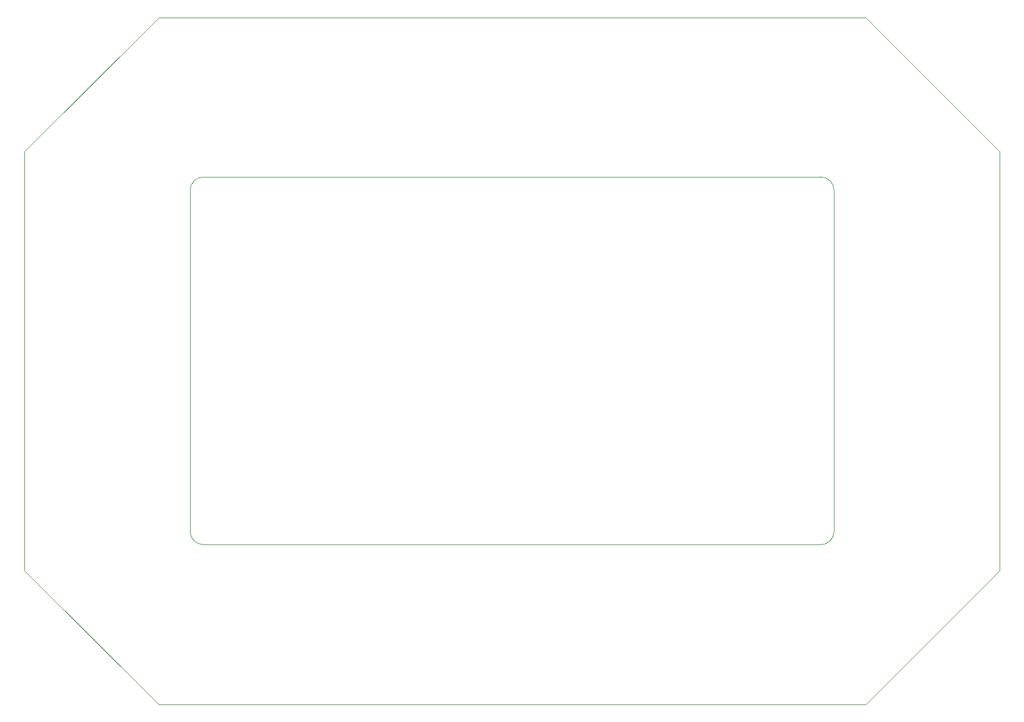
<source format=gbr>
%TF.GenerationSoftware,KiCad,Pcbnew,5.1.9+dfsg1-1~bpo10+1*%
%TF.CreationDate,2021-11-03T11:38:12+01:00*%
%TF.ProjectId,SynthoGame_top,53796e74-686f-4476-916d-655f746f702e,rev?*%
%TF.SameCoordinates,Original*%
%TF.FileFunction,Profile,NP*%
%FSLAX46Y46*%
G04 Gerber Fmt 4.6, Leading zero omitted, Abs format (unit mm)*
G04 Created by KiCad (PCBNEW 5.1.9+dfsg1-1~bpo10+1) date 2021-11-03 11:38:12*
%MOMM*%
%LPD*%
G01*
G04 APERTURE LIST*
%TA.AperFunction,Profile*%
%ADD10C,0.050000*%
%TD*%
G04 APERTURE END LIST*
D10*
X190897502Y-55497502D02*
G75*
G02*
X192900000Y-57500000I0J-2002498D01*
G01*
X192900000Y-108400000D02*
G75*
G02*
X190897502Y-110402498I-2002498J0D01*
G01*
X98802498Y-110402498D02*
G75*
G02*
X96800000Y-108400000I0J2002498D01*
G01*
X96800000Y-57500000D02*
G75*
G02*
X98802498Y-55497502I2002498J0D01*
G01*
X190897502Y-55497502D02*
X98802498Y-55497502D01*
X192900000Y-108400000D02*
X192900000Y-57500000D01*
X98802498Y-110402498D02*
X190897502Y-110402498D01*
X96800000Y-57500000D02*
X96800000Y-108400000D01*
X92090000Y-134275000D02*
X72090000Y-114275000D01*
X197590000Y-134275000D02*
X92090000Y-134275000D01*
X217590000Y-114275000D02*
X197590000Y-134275000D01*
X217590000Y-51675000D02*
X217590000Y-114275000D01*
X197590000Y-31675000D02*
X217590000Y-51675000D01*
X92090000Y-31675000D02*
X197590000Y-31675000D01*
X72090000Y-51675000D02*
X92090000Y-31675000D01*
X72090000Y-114275000D02*
X72090000Y-51675000D01*
M02*

</source>
